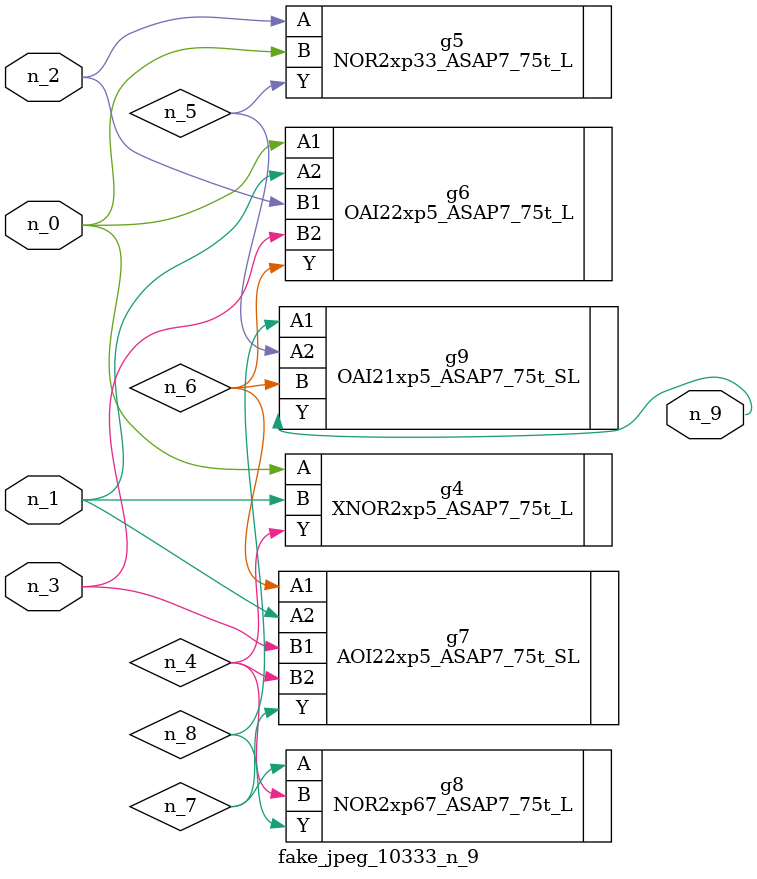
<source format=v>
module fake_jpeg_10333_n_9 (n_0, n_3, n_2, n_1, n_9);

input n_0;
input n_3;
input n_2;
input n_1;

output n_9;

wire n_4;
wire n_8;
wire n_6;
wire n_5;
wire n_7;

XNOR2xp5_ASAP7_75t_L g4 ( 
.A(n_0),
.B(n_1),
.Y(n_4)
);

NOR2xp33_ASAP7_75t_L g5 ( 
.A(n_2),
.B(n_0),
.Y(n_5)
);

OAI22xp5_ASAP7_75t_L g6 ( 
.A1(n_0),
.A2(n_1),
.B1(n_2),
.B2(n_3),
.Y(n_6)
);

AOI22xp5_ASAP7_75t_SL g7 ( 
.A1(n_6),
.A2(n_1),
.B1(n_3),
.B2(n_4),
.Y(n_7)
);

NOR2xp67_ASAP7_75t_L g8 ( 
.A(n_7),
.B(n_4),
.Y(n_8)
);

OAI21xp5_ASAP7_75t_SL g9 ( 
.A1(n_8),
.A2(n_5),
.B(n_6),
.Y(n_9)
);


endmodule
</source>
